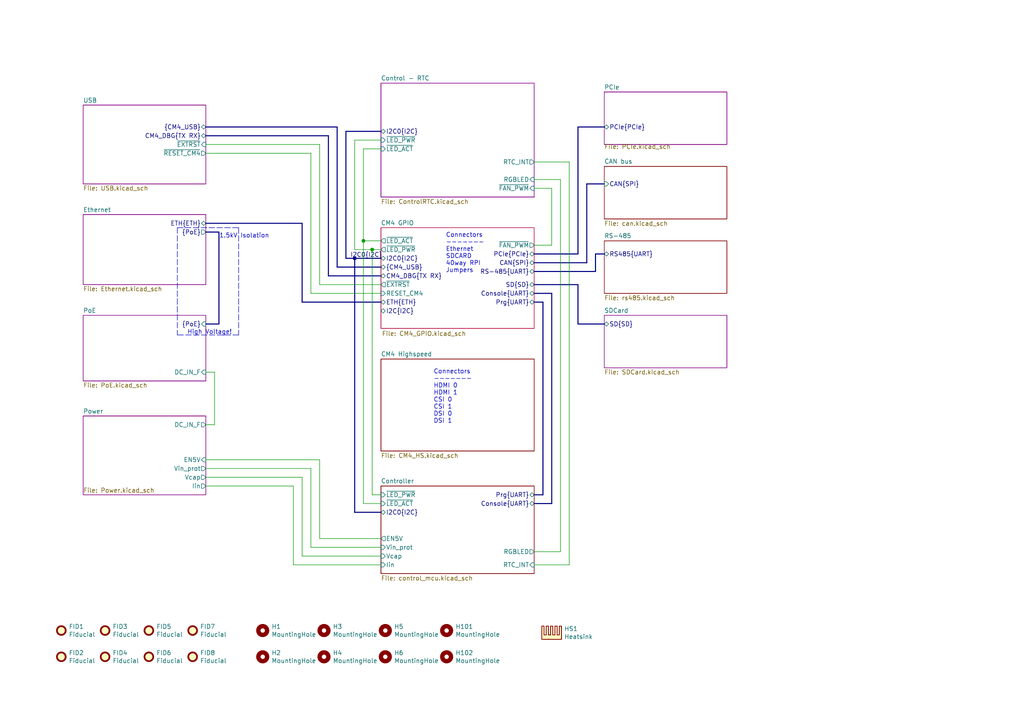
<source format=kicad_sch>
(kicad_sch (version 20231120) (generator "eeschema") (generator_version "8.0")
  (paper "A4")
  (title_block (title "Overview") (date "2022-11-06") (rev "1.3b") (company "Nabu Casa") (comment 1 "www.nabucasa.com") (comment 2 "Yellow"))
  (lib_symbols
    (symbol "Mechanical:Fiducial"
      (property "Reference" "FID" (at 0 5.08 0))
      (property "Value" "Fiducial" (at 0 3.175 0))
      (symbol "Fiducial_0_1"
        (circle (center 0 0) (radius 1.27) (stroke (width 0.508)) (fill (type background)))
      )
    )
    (symbol "Mechanical:Heatsink" (pin_names (offset 1.016))
      (property "Reference" "HS" (at 0 5.08 0))
      (property "Value" "Heatsink" (at 0 -1.27 0))
      (symbol "Heatsink_0_1"
        (polyline (pts (xy -0.3302 1.27) (xy -0.9652 1.27) (xy -0.9652 3.81) (xy -1.6002 3.81) (xy -1.6002 1.27) (xy -2.2352 1.27) (xy -2.2352 3.81) (xy -2.8702 3.81) (xy -2.8702 0) (xy -0.9652 0)) (stroke (width 0.254)) (fill (type background)))
        (polyline (pts (xy -0.3302 1.27) (xy -0.3302 3.81) (xy 0.3048 3.81) (xy 0.3048 1.27) (xy 0.9398 1.27) (xy 0.9398 3.81) (xy 1.5748 3.81) (xy 1.5748 1.27) (xy 2.2098 1.27) (xy 2.2098 3.81) (xy 2.8448 3.81) (xy 2.8448 0) (xy -0.9652 0)) (stroke (width 0.254)) (fill (type background)))
      )
    )
    (symbol "Mechanical:MountingHole" (pin_names (offset 1.016))
      (property "Reference" "H" (at 0 5.08 0))
      (property "Value" "MountingHole" (at 0 3.175 0))
      (symbol "MountingHole_0_1"
        (circle (center 0 0) (radius 1.27) (stroke (width 1.27)))
      )
    )
  )
  (junction (at 107.95 72.39))
  (junction (at 102.87 74.93))
  (junction (at 105.41 69.85))
  (bus (pts (xy 95.25 39.37) (xy 59.69 39.37)))
  (wire (pts (xy 154.94 52.07) (xy 162.56 52.07)))
  (bus (pts (xy 160.02 146.05) (xy 160.02 85.09)))
  (bus (pts (xy 154.94 146.05) (xy 160.02 146.05)))
  (wire (pts (xy 107.95 72.39) (xy 110.49 72.39)))
  (bus (pts (xy 170.18 53.34) (xy 170.18 76.2)))
  (bus (pts (xy 100.33 38.1) (xy 100.33 74.93)))
  (wire (pts (xy 105.41 146.05) (xy 105.41 69.85)))
  (bus (pts (xy 157.48 87.63) (xy 157.48 143.51)))
  (bus (pts (xy 102.87 74.93) (xy 102.87 148.59)))
  (wire (pts (xy 87.63 161.29) (xy 87.63 138.43)))
  (wire (pts (xy 110.49 82.55) (xy 92.71 82.55)))
  (wire (pts (xy 154.94 71.12) (xy 160.02 71.12)))
  (bus (pts (xy 59.69 64.77) (xy 87.63 64.77)))
  (wire (pts (xy 59.69 135.89) (xy 90.17 135.89)))
  (bus (pts (xy 59.69 93.98) (xy 63.5 93.98)))
  (bus (pts (xy 172.72 78.74) (xy 172.72 73.66)))
  (bus (pts (xy 154.94 85.09) (xy 160.02 85.09)))
  (bus (pts (xy 167.64 93.98) (xy 167.64 82.55)))
  (bus (pts (xy 167.64 93.98) (xy 175.26 93.98)))
  (wire (pts (xy 160.02 54.61) (xy 160.02 71.12)))
  (wire (pts (xy 102.87 72.39) (xy 102.87 40.64)))
  (wire (pts (xy 92.71 41.91) (xy 59.69 41.91)))
  (polyline (pts (xy 51.435 66.04) (xy 51.435 97.155)) (stroke (width 0) (type dash)))
  (bus (pts (xy 102.87 74.93) (xy 100.33 74.93)))
  (wire (pts (xy 162.56 52.07) (xy 162.56 160.02)))
  (bus (pts (xy 167.64 82.55) (xy 154.94 82.55)))
  (wire (pts (xy 154.94 54.61) (xy 160.02 54.61)))
  (wire (pts (xy 154.94 163.83) (xy 165.1 163.83)))
  (wire (pts (xy 165.1 163.83) (xy 165.1 46.99)))
  (wire (pts (xy 110.49 143.51) (xy 107.95 143.51)))
  (bus (pts (xy 175.26 53.34) (xy 170.18 53.34)))
  (bus (pts (xy 102.87 148.59) (xy 110.49 148.59)))
  (polyline (pts (xy 69.215 97.155) (xy 51.435 97.155)) (stroke (width 0) (type dash)))
  (wire (pts (xy 110.49 146.05) (xy 105.41 146.05)))
  (bus (pts (xy 167.64 36.83) (xy 175.26 36.83)))
  (wire (pts (xy 105.41 43.18) (xy 110.49 43.18)))
  (bus (pts (xy 63.5 67.31) (xy 63.5 93.98)))
  (bus (pts (xy 87.63 64.77) (xy 87.63 87.63)))
  (wire (pts (xy 110.49 156.21) (xy 92.71 156.21)))
  (polyline (pts (xy 51.435 66.04) (xy 69.215 66.04)) (stroke (width 0) (type dash)))
  (bus (pts (xy 154.94 78.74) (xy 172.72 78.74)))
  (wire (pts (xy 154.94 160.02) (xy 162.56 160.02)))
  (wire (pts (xy 62.23 107.95) (xy 59.69 107.95)))
  (bus (pts (xy 59.69 67.31) (xy 63.5 67.31)))
  (wire (pts (xy 110.49 161.29) (xy 87.63 161.29)))
  (bus (pts (xy 110.49 77.47) (xy 97.79 77.47)))
  (bus (pts (xy 172.72 73.66) (xy 175.26 73.66)))
  (bus (pts (xy 154.94 87.63) (xy 157.48 87.63)))
  (wire (pts (xy 102.87 40.64) (xy 110.49 40.64)))
  (bus (pts (xy 154.94 76.2) (xy 170.18 76.2)))
  (wire (pts (xy 105.41 69.85) (xy 105.41 43.18)))
  (wire (pts (xy 85.09 163.83) (xy 110.49 163.83)))
  (wire (pts (xy 90.17 135.89) (xy 90.17 158.75)))
  (polyline (pts (xy 69.215 66.04) (xy 69.215 97.155)) (stroke (width 0) (type dash)))
  (wire (pts (xy 90.17 158.75) (xy 110.49 158.75)))
  (bus (pts (xy 100.33 38.1) (xy 110.49 38.1)))
  (bus (pts (xy 102.87 74.93) (xy 110.49 74.93)))
  (bus (pts (xy 110.49 80.01) (xy 95.25 80.01)))
  (bus (pts (xy 154.94 143.51) (xy 157.48 143.51)))
  (bus (pts (xy 167.64 73.66) (xy 167.64 36.83)))
  (wire (pts (xy 92.71 156.21) (xy 92.71 133.35)))
  (wire (pts (xy 107.95 143.51) (xy 107.95 72.39)))
  (wire (pts (xy 62.23 123.19) (xy 62.23 107.95)))
  (wire (pts (xy 105.41 69.85) (xy 110.49 69.85)))
  (wire (pts (xy 59.69 140.97) (xy 85.09 140.97)))
  (wire (pts (xy 92.71 82.55) (xy 92.71 41.91)))
  (bus (pts (xy 97.79 77.47) (xy 97.79 36.83)))
  (bus (pts (xy 95.25 80.01) (xy 95.25 39.37)))
  (wire (pts (xy 102.87 72.39) (xy 107.95 72.39)))
  (wire (pts (xy 90.17 44.45) (xy 90.17 85.09)))
  (wire (pts (xy 59.69 44.45) (xy 90.17 44.45)))
  (wire (pts (xy 90.17 85.09) (xy 110.49 85.09)))
  (wire (pts (xy 85.09 140.97) (xy 85.09 163.83)))
  (bus (pts (xy 87.63 87.63) (xy 110.49 87.63)))
  (bus (pts (xy 97.79 36.83) (xy 59.69 36.83)))
  (bus (pts (xy 154.94 73.66) (xy 167.64 73.66)))
  (wire (pts (xy 59.69 123.19) (xy 62.23 123.19)))
  (wire (pts (xy 59.69 133.35) (xy 92.71 133.35)))
  (wire (pts (xy 59.69 138.43) (xy 87.63 138.43)))
  (wire (pts (xy 154.94 46.99) (xy 165.1 46.99)))
  (text "Connectors\n-------\nHDMI 0\nHDMI 1\nCSI 0\nCSI 1\nDSI 0\nDSI 1" (at 125.73 122.936 0) (effects (font (size 1.27 1.27)) (justify left bottom)))
  (text "Connectors\n-------\nEthernet\nSDCARD\n40way RPI\nJumpers" (at 129.286 79.248 0) (effects (font (size 1.27 1.27)) (justify left bottom)))
  (text "1.5kV Isolation" (at 78.105 69.215 0) (effects (font (size 1.27 1.27)) (justify right bottom)))
  (text "High Voltage!" (at 67.31 97.155 0) (effects (font (size 1.27 1.27)) (justify right bottom)))
  (label "I2C0{I2C}" (at 101.6 74.93 0))
  (symbol (lib_id "Mechanical:MountingHole") (at 76.2 182.88 0) (unit 1) (in_bom no)
    (property "Reference" "H1" (at 78.7401 181.7306 0) (effects (justify left)))
    (property "Value" "MountingHole" (at 78.7401 184.0293 0) (effects (justify left)))
    (property "Footprint" "MountingHole:MountingHole_2.7mm_M2.5" (effects (hide yes)))
  )
  (symbol (lib_id "Mechanical:MountingHole") (at 93.98 190.5 0) (unit 1) (in_bom no)
    (property "Reference" "H4" (at 96.5201 189.3506 0) (effects (justify left)))
    (property "Value" "MountingHole" (at 96.5201 191.6493 0) (effects (justify left)))
    (property "Footprint" "MountingHole:MountingHole_2.7mm_M2.5" (effects (hide yes)))
  )
  (symbol (lib_id "Mechanical:MountingHole") (at 129.54 190.5 0) (unit 1) (in_bom no)
    (property "Reference" "H102" (at 132.0801 189.3506 0) (effects (justify left)))
    (property "Value" "MountingHole" (at 132.0801 191.6493 0) (effects (justify left)))
    (property "Footprint" "Yellow:DrillSlot_Plated_3.5x2.5mm" (effects (hide yes)))
  )
  (symbol (lib_id "Mechanical:MountingHole") (at 93.98 182.88 0) (unit 1) (in_bom no)
    (property "Reference" "H3" (at 96.5201 181.7306 0) (effects (justify left)))
    (property "Value" "MountingHole" (at 96.5201 184.0293 0) (effects (justify left)))
    (property "Footprint" "MountingHole:MountingHole_2.7mm_M2.5" (effects (hide yes)))
  )
  (symbol (lib_id "Mechanical:MountingHole") (at 111.76 182.88 0) (unit 1) (in_bom no)
    (property "Reference" "H5" (at 114.3001 181.7306 0) (effects (justify left)))
    (property "Value" "MountingHole" (at 114.3001 184.0293 0) (effects (justify left)))
    (property "Footprint" "Yellow:DrillSlot_Plated_3.5x2.5mm" (effects (hide yes)))
  )
  (symbol (lib_id "Mechanical:Fiducial") (at 43.18 182.88 0) (unit 1) (in_bom no)
    (property "Reference" "FID5" (at 45.3391 181.7306 0) (effects (justify left)))
    (property "Value" "Fiducial" (at 45.3391 184.0293 0) (effects (justify left)))
    (property "Footprint" "Fiducial:Fiducial_1mm_Mask2mm" (effects (hide yes)))
  )
  (symbol (lib_id "Mechanical:Fiducial") (at 30.48 190.5 0) (unit 1) (in_bom no)
    (property "Reference" "FID4" (at 32.6391 189.3506 0) (effects (justify left)))
    (property "Value" "Fiducial" (at 32.6391 191.6493 0) (effects (justify left)))
    (property "Footprint" "Fiducial:Fiducial_1mm_Mask2mm" (effects (hide yes)))
  )
  (symbol (lib_id "Mechanical:Fiducial") (at 55.88 190.5 0) (unit 1) (in_bom no)
    (property "Reference" "FID8" (at 58.0391 189.3506 0) (effects (justify left)))
    (property "Value" "Fiducial" (at 58.0391 191.6493 0) (effects (justify left)))
    (property "Footprint" "Fiducial:Fiducial_1mm_Mask2mm" (effects (hide yes)))
  )
  (symbol (lib_id "Mechanical:MountingHole") (at 129.54 182.88 0) (unit 1) (in_bom no)
    (property "Reference" "H101" (at 132.0801 181.7306 0) (effects (justify left)))
    (property "Value" "MountingHole" (at 132.0801 184.0293 0) (effects (justify left)))
    (property "Footprint" "Yellow:DrillSlot_Plated_3.5x2.5mm" (effects (hide yes)))
  )
  (symbol (lib_id "Mechanical:Fiducial") (at 30.48 182.88 0) (unit 1) (in_bom no)
    (property "Reference" "FID3" (at 32.6391 181.7306 0) (effects (justify left)))
    (property "Value" "Fiducial" (at 32.6391 184.0293 0) (effects (justify left)))
    (property "Footprint" "Fiducial:Fiducial_1mm_Mask2mm" (effects (hide yes)))
  )
  (symbol (lib_id "Mechanical:Fiducial") (at 43.18 190.5 0) (unit 1) (in_bom no)
    (property "Reference" "FID6" (at 45.3391 189.3506 0) (effects (justify left)))
    (property "Value" "Fiducial" (at 45.3391 191.6493 0) (effects (justify left)))
    (property "Footprint" "Fiducial:Fiducial_1mm_Mask2mm" (effects (hide yes)))
  )
  (symbol (lib_id "Mechanical:MountingHole") (at 111.76 190.5 0) (unit 1) (in_bom no)
    (property "Reference" "H6" (at 114.3001 189.3506 0) (effects (justify left)))
    (property "Value" "MountingHole" (at 114.3001 191.6493 0) (effects (justify left)))
    (property "Footprint" "Yellow:DrillSlot_Plated_3.5x2.5mm" (effects (hide yes)))
  )
  (symbol (lib_id "Mechanical:Fiducial") (at 17.78 190.5 0) (unit 1) (in_bom no)
    (property "Reference" "FID2" (at 19.9391 189.3506 0) (effects (justify left)))
    (property "Value" "Fiducial" (at 19.9391 191.6493 0) (effects (justify left)))
    (property "Footprint" "Fiducial:Fiducial_1mm_Mask2mm" (effects (hide yes)))
  )
  (symbol (lib_id "Mechanical:Heatsink") (at 160.02 185.42 0) (unit 1) (in_bom no)
    (property "Reference" "HS1" (at 163.6269 182.3656 0) (effects (justify left)))
    (property "Value" "Heatsink" (at 163.6269 184.6643 0) (effects (justify left)))
    (property "Footprint" "Yellow:Heatsink_56x56mm_2xFixation3.2mm" (effects (hide yes)))
  )
  (symbol (lib_id "Mechanical:Fiducial") (at 17.78 182.88 0) (unit 1) (in_bom no)
    (property "Reference" "FID1" (at 19.9391 181.7306 0) (effects (justify left)))
    (property "Value" "Fiducial" (at 19.9391 184.0293 0) (effects (justify left)))
    (property "Footprint" "Fiducial:Fiducial_1mm_Mask2mm" (effects (hide yes)))
  )
  (symbol (lib_id "Mechanical:Fiducial") (at 55.88 182.88 0) (unit 1) (in_bom no)
    (property "Reference" "FID7" (at 58.0391 181.7306 0) (effects (justify left)))
    (property "Value" "Fiducial" (at 58.0391 184.0293 0) (effects (justify left)))
    (property "Footprint" "Fiducial:Fiducial_1mm_Mask2mm" (effects (hide yes)))
  )
  (symbol (lib_id "Mechanical:MountingHole") (at 76.2 190.5 0) (unit 1) (in_bom no)
    (property "Reference" "H2" (at 78.7401 189.3506 0) (effects (justify left)))
    (property "Value" "MountingHole" (at 78.7401 191.6493 0) (effects (justify left)))
    (property "Footprint" "MountingHole:MountingHole_2.7mm_M2.5" (effects (hide yes)))
  )
  (sheet (at 175.26 69.85) (size 35.56 15.24) (stroke (width 0.1524))
    (property "Sheetname" "RS-485" (at 175.26 69.1384 0) (effects (justify left bottom)))
    (property "Sheetfile" "rs485.kicad_sch" (at 175.26 85.6746 0) (effects (justify left top)))
    (pin "RS485{UART}" bidirectional (at 175.26 73.66 180))
  )
  (sheet (at 24.13 62.23) (size 35.56 20.32) (stroke (width 0) (color 132 0 132 1)) (fill (color 255 255 255 0.0000))
    (property "Sheetname" "Ethernet" (at 24.13 61.5941 0) (effects (justify left bottom)))
    (property "Sheetfile" "Ethernet.kicad_sch" (at 24.13 83.0589 0) (effects (justify left top)))
    (pin "ETH{ETH}" bidirectional (at 59.69 64.77 0))
    (pin "{PoE}" output (at 59.69 67.31 0))
  )
  (sheet (at 175.26 48.26) (size 35.56 15.24) (stroke (width 0.1524))
    (property "Sheetname" "CAN bus" (at 175.26 47.5484 0) (effects (justify left bottom)))
    (property "Sheetfile" "can.kicad_sch" (at 175.26 64.0846 0) (effects (justify left top)))
    (pin "CAN{SPI}" input (at 175.26 53.34 180))
  )
  (sheet (at 110.49 24.13) (size 44.45 33.02) (stroke (width 0) (color 132 0 132 1)) (fill (color 255 255 255 0.0000))
    (property "Sheetname" "Control - RTC" (at 110.49 23.4184 0) (effects (justify left bottom)))
    (property "Sheetfile" "ControlRTC.kicad_sch" (at 110.49 57.7346 0) (effects (justify left top)))
    (pin "I2C0{I2C}" bidirectional (at 110.49 38.1 180))
    (pin "~{LED_PWR}" input (at 110.49 40.64 180))
    (pin "~{FAN_PWM}" input (at 154.94 54.61 0))
    (pin "~{LED_ACT}" input (at 110.49 43.18 180))
    (pin "RGBLED" input (at 154.94 52.07 0))
    (pin "RTC_INT" output (at 154.94 46.99 0))
  )
  (sheet (at 175.26 91.44) (size 35.56 15.24) (stroke (width 0) (color 132 0 132 1)) (fill (color 255 255 255 0.0000))
    (property "Sheetname" "SDCard" (at 175.26 90.8041 0) (effects (justify left bottom)))
    (property "Sheetfile" "SDCard.kicad_sch" (at 175.26 107.1889 0) (effects (justify left top)))
    (pin "SD{SD}" bidirectional (at 175.26 93.98 180))
  )
  (sheet (at 24.13 91.44) (size 35.56 19.05) (stroke (width 0) (color 132 0 132 1)) (fill (color 255 255 255 0.0000))
    (property "Sheetname" "PoE" (at 24.13 90.8041 0) (effects (justify left bottom)))
    (property "Sheetfile" "PoE.kicad_sch" (at 24.13 110.9989 0) (effects (justify left top)))
    (pin "{PoE}" input (at 59.69 93.98 0))
    (pin "DC_IN_F" input (at 59.69 107.95 0))
  )
  (sheet (at 110.49 66.04) (size 44.45 29.21) (stroke (width 0) (color 187 17 66 1)) (fill (color 255 255 255 0.0000))
    (property "Sheetname" "CM4 GPIO" (at 110.49 65.4041 0) (effects (justify left bottom)))
    (property "Sheetfile" "CM4_GPIO.kicad_sch" (at 110.744 96.012 0) (effects (justify left top)))
    (pin "ETH{ETH}" bidirectional (at 110.49 87.63 180))
    (pin "{CM4_USB}" bidirectional (at 110.49 77.47 180))
    (pin "PCIe{PCIe}" bidirectional (at 154.94 73.66 0))
    (pin "I2C0{I2C}" bidirectional (at 110.49 74.93 180))
    (pin "CM4_DBG{TX RX}" bidirectional (at 110.49 80.01 180))
    (pin "~{EXTRST}" output (at 110.49 82.55 180))
    (pin "SD{SD}" bidirectional (at 154.94 82.55 0))
    (pin "~{LED_PWR}" output (at 110.49 72.39 180))
    (pin "~{LED_ACT}" output (at 110.49 69.85 180))
    (pin "~{FAN_PWM}" output (at 154.94 71.12 0))
    (pin "RESET_CM4" input (at 110.49 85.09 180))
    (pin "CAN{SPI}" bidirectional (at 154.94 76.2 0))
    (pin "Console{UART}" bidirectional (at 154.94 85.09 0))
    (pin "Prg{UART}" bidirectional (at 154.94 87.63 0))
    (pin "RS-485{UART}" bidirectional (at 154.94 78.74 0))
    (pin "I2C{I2C}" bidirectional (at 110.49 90.17 180))
  )
  (sheet (at 110.49 140.97) (size 44.45 25.4) (stroke (width 0.1524))
    (property "Sheetname" "Controller" (at 110.49 140.2584 0) (effects (justify left bottom)))
    (property "Sheetfile" "control_mcu.kicad_sch" (at 110.49 166.9546 0) (effects (justify left top)))
    (pin "Prg{UART}" bidirectional (at 154.94 143.51 0))
    (pin "Console{UART}" bidirectional (at 154.94 146.05 0))
    (pin "Vin_prot" input (at 110.49 158.75 180))
    (pin "Vcap" input (at 110.49 161.29 180))
    (pin "I2C0{I2C}" bidirectional (at 110.49 148.59 180))
    (pin "RGBLED" output (at 154.94 160.02 0))
    (pin "EN5V" output (at 110.49 156.21 180))
    (pin "RTC_INT" input (at 154.94 163.83 0))
    (pin "Iin" input (at 110.49 163.83 180))
    (pin "~{LED_PWR}" input (at 110.49 143.51 180))
    (pin "~{LED_ACT}" input (at 110.49 146.05 180))
  )
  (sheet (at 110.49 104.14) (size 44.45 26.67) (stroke (width 0.1524))
    (property "Sheetname" "CM4 Highspeed" (at 110.49 103.4284 0) (effects (justify left bottom)))
    (property "Sheetfile" "CM4_HS.kicad_sch" (at 110.49 131.3946 0) (effects (justify left top)))
  )
  (sheet (at 175.26 26.67) (size 35.56 15.24) (stroke (width 0) (color 132 0 132 1)) (fill (color 255 255 255 0.0000))
    (property "Sheetname" "PCIe" (at 175.26 26.0341 0) (effects (justify left bottom)))
    (property "Sheetfile" "PCIe.kicad_sch" (at 175.26 41.7839 0) (effects (justify left top)))
    (pin "PCIe{PCIe}" bidirectional (at 175.26 36.83 180))
  )
  (sheet (at 24.13 30.48) (size 35.56 22.86) (stroke (width 0) (color 132 0 132 1)) (fill (color 255 255 255 0.0000))
    (property "Sheetname" "USB" (at 24.13 29.8441 0) (effects (justify left bottom)))
    (property "Sheetfile" "USB.kicad_sch" (at 24.13 53.8489 0) (effects (justify left top)))
    (pin "{CM4_USB}" bidirectional (at 59.69 36.83 0))
    (pin "CM4_DBG{TX RX}" bidirectional (at 59.69 39.37 0))
    (pin "~{EXTRST}" input (at 59.69 41.91 0))
    (pin "~{RESET_CM4}" output (at 59.69 44.45 0))
  )
  (sheet (at 24.13 120.65) (size 35.56 22.86) (stroke (width 0) (color 132 0 132 1)) (fill (color 255 255 255 0.0000))
    (property "Sheetname" "Power" (at 24.13 120.0141 0) (effects (justify left bottom)))
    (property "Sheetfile" "Power.kicad_sch" (at 24.13 141.4789 0) (effects (justify left top)))
    (pin "DC_IN_F" output (at 59.69 123.19 0))
    (pin "Iin" output (at 59.69 140.97 0))
    (pin "EN5V" input (at 59.69 133.35 0))
    (pin "Vcap" output (at 59.69 138.43 0))
    (pin "Vin_prot" output (at 59.69 135.89 0))
  )
)
</source>
